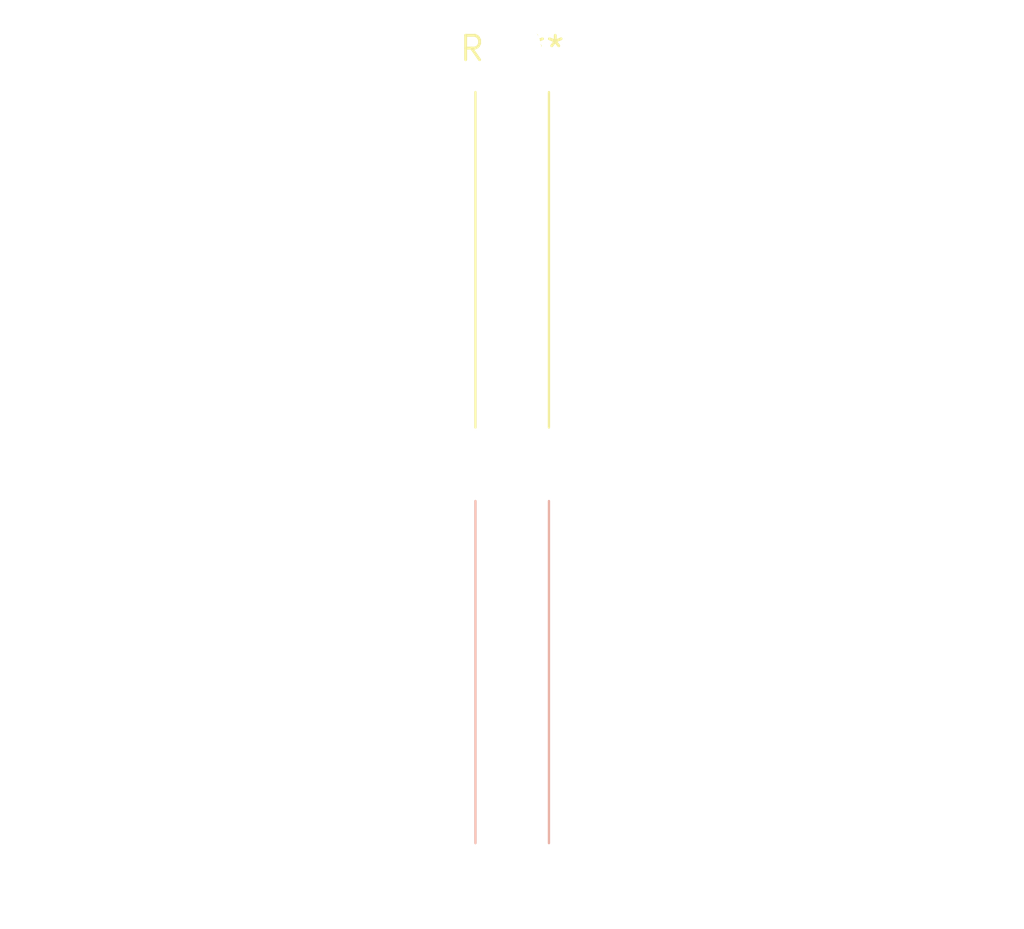
<source format=kicad_pcb>
(kicad_pcb (version 20240108) (generator pcbnew)
  (layers (0 "F.Cu" signal) (31 "B.Cu" signal) (34 "B.Paste" user) (35 "F.Paste" user) (36 "B.SilkS" user "B.Silkscreen") (37 "F.SilkS" user "F.Silkscreen") (38 "B.Mask" user) (39 "F.Mask" user) (44 "Edge.Cuts" user))
  (net 0 "")
  (footprint "SolderWire-2.5sqmm_1x01_D2.4mm_OD3.6mm_Relief2x" (layer "F.Cu") (at 0 0)
    (property "Reference" "REF**")
    (property "Value" "SolderWire-2.5sqmm_1x01_D2.4mm_OD3.6mm_Relief2x")
    (fp_line (start -1.91 23.51) (end -1.91 41.29) (layer "B.SilkS") (stroke (width 0.12)))
    (fp_line (start 1.91 23.51) (end 1.91 41.29) (layer "B.SilkS") (stroke (width 0.12)))
    (fp_line (start -1.91 2.26) (end -1.91 19.69) (layer "F.SilkS") (stroke (width 0.12)))
    (fp_line (start 1.91 2.26) (end 1.91 19.69) (layer "F.SilkS") (stroke (width 0.12)))
    (pad "" np_thru_hole circle (at 0 21.6) (size 4.1 4.1) (drill 4.1) (layers *.Cu *.Mask))
    (pad "" np_thru_hole circle (at 0 43.2) (size 4.1 4.1) (drill 4.1) (layers *.Cu *.Mask))
    (pad "1" thru_hole roundrect (at 0 0) (size 4 4) (drill 3) (layers *.Cu *.Mask) (remove_unused_layers) (roundrect_rratio 0.0625))
  )
)
</source>
